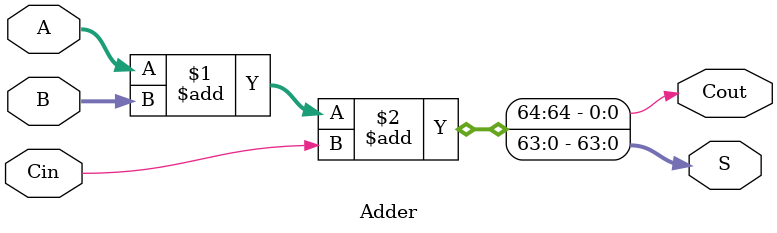
<source format=v>
module Adder(A, B, Cin, S, Cout);
		
		input [63:0]A,B;
		input Cin;
		output [63:0]S;
		output Cout;
		
		assign{Cout,S}=A+B+Cin;
		
endmodule 
</source>
